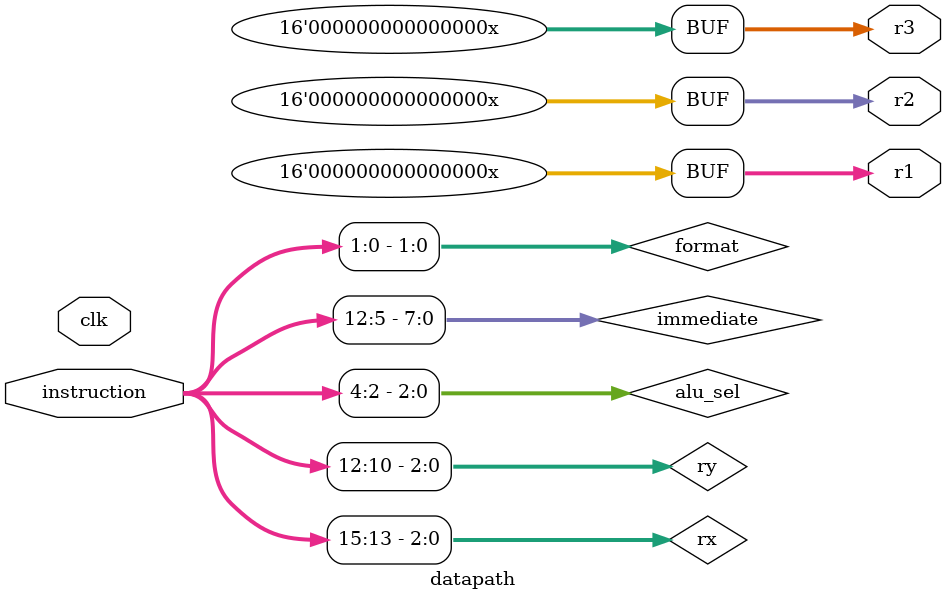
<source format=v>
module datapath (
    input clk,
    input [15:0] instruction,
    output [15:0] r1, r2, r3
);

wire [2:0] rx, ry, alu_sel;
wire [7:0] immediate;
wire [1:0] format;
wire mux_sel;
wire [15:0] alu_in_b;
wire [15:0] reg_x, reg_y;
wire [15:0] alu_out;

assign rx = instruction[15:13];
assign immediate = instruction[12:5];
assign alu_sel = instruction[4:2];
assign format = instruction[1:0];
assign ry = instruction[12:10];

control_unit cu (.format(format), .mux_sel(mux_sel));
register_file rf (.clk(clk), .we(1'b1), .rx(rx), .ry(ry), .write_data(alu_out), .reg_x(reg_x), .reg_y(reg_y));
alu alu0 (.a(reg_x), .b(alu_in_b), .alu_sel(alu_sel), .alu_out(alu_out));

assign alu_in_b = (mux_sel) ? {8'b0, immediate} : reg_y;

assign r1 = rf.regs[1];
assign r2 = rf.regs[2];
assign r3 = rf.regs[3];

endmodule


</source>
